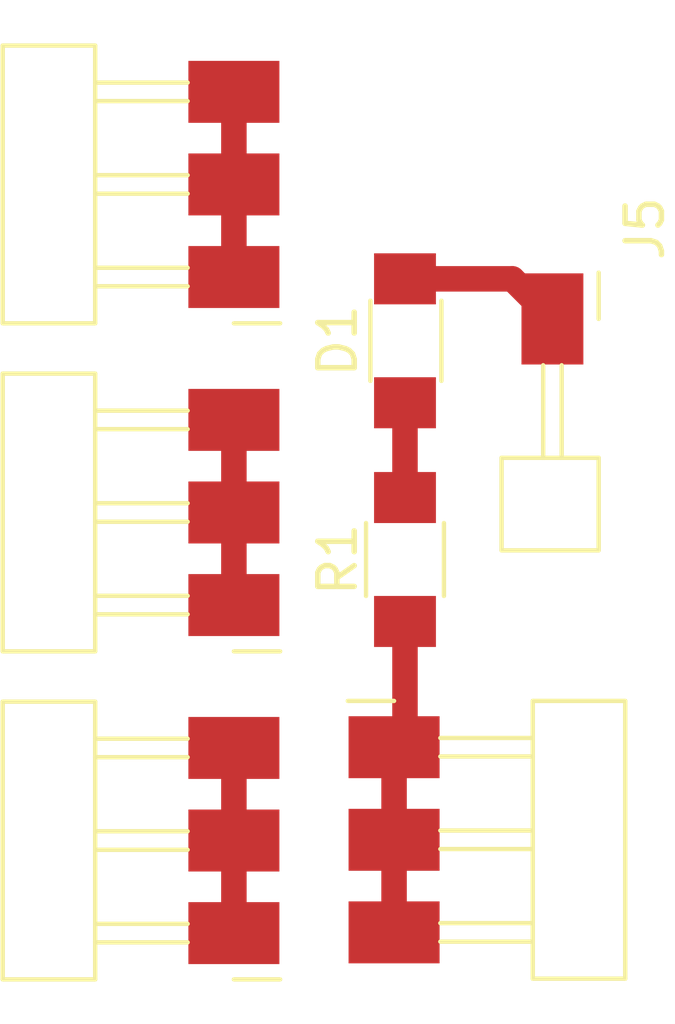
<source format=kicad_pcb>
(kicad_pcb (version 20240108) (generator "pcbnew") (generator_version "8.0")
  (layers (0 "F.Cu" signal) (31 "B.Cu" signal) (34 "B.Paste" user) (35 "F.Paste" user) (36 "B.SilkS" user "B.Silkscreen") (37 "F.SilkS" user "F.Silkscreen") (38 "B.Mask" user) (39 "F.Mask" user) (44 "Edge.Cuts" user))
  (net 0 "")
  (net 1 "D0")
  (net 2 "Net-(D1-K)")
  (net 3 "SCL")
  (net 4 "VCC")
  (net 5 "SDA")
  (net 6 "GND")
  (footprint "fab:PinHeader_1x03_P2.54mm_Horizontal_SMD" (layer "F.Cu") (at 172.3 69.55 180)
    (property "Reference" "J1" (hide yes))
    (property "Value" "Conn_PinHeader_1x03_P2.54mm_Horizontal_SMD" (hide yes))
    (fp_line (start 6.35 6.35) (end 3.81 6.35) (stroke (width 0.12)) (layer "F.SilkS"))
    (fp_line (start 6.35 -1.27) (end 6.35 6.35) (stroke (width 0.12)) (layer "F.SilkS"))
    (fp_line (start 3.81 6.35) (end 3.81 -1.27) (stroke (width 0.12)) (layer "F.SilkS"))
    (fp_line (start 3.81 5.334) (end 1.27 5.334) (stroke (width 0.12)) (layer "F.SilkS"))
    (fp_line (start 3.81 4.826) (end 1.27 4.826) (stroke (width 0.12)) (layer "F.SilkS"))
    (fp_line (start 3.81 2.794) (end 1.27 2.794) (stroke (width 0.12)) (layer "F.SilkS"))
    (fp_line (start 3.81 2.286) (end 1.27 2.286) (stroke (width 0.12)) (layer "F.SilkS"))
    (fp_line (start 3.81 0.254) (end 1.27 0.254) (stroke (width 0.12)) (layer "F.SilkS"))
    (fp_line (start 3.81 -0.254) (end 1.27 -0.254) (stroke (width 0.12)) (layer "F.SilkS"))
    (fp_line (start 3.81 -1.27) (end 6.35 -1.27) (stroke (width 0.12)) (layer "F.SilkS"))
    (fp_line (start -1.27 -1.27) (end 0 -1.27) (stroke (width 0.12)) (layer "F.SilkS"))
    (pad "1" smd rect (at 0 0 180) (size 2.5 1.7) (layers "F.Cu" "F.Paste" "F.Mask") (net 5 "SDA"))
    (pad "2" smd rect (at 0 2.54 180) (size 2.5 1.7) (layers "F.Cu" "F.Paste" "F.Mask") (net 5 "SDA"))
    (pad "3" smd rect (at 0 5.08 180) (size 2.5 1.7) (layers "F.Cu" "F.Paste" "F.Mask") (net 5 "SDA"))
  )
  (footprint "fab:R_1206" (layer "F.Cu") (at 177 77.3 90)
    (property "Reference" "R1" (at 0 -1.85 -90) (layer "F.SilkS"))
    (property "Value" "R_1206")
    (fp_line (start -1 -1.07) (end 1 -1.07) (stroke (width 0.12)) (layer "F.SilkS"))
    (fp_line (start 1 1.07) (end -1 1.07) (stroke (width 0.12)) (layer "F.SilkS"))
    (pad "1" smd rect (at -1.7 0 90) (size 1.4 1.7) (layers "F.Cu" "F.Paste" "F.Mask") (net 6 "GND"))
    (pad "2" smd rect (at 1.7 0 90) (size 1.4 1.7) (layers "F.Cu" "F.Paste" "F.Mask") (net 2 "Net-(D1-K)"))
  )
  (footprint "fab:PinHeader_1x03_P2.54mm_Horizontal_SMD" (layer "F.Cu") (at 172.3 78.55 180)
    (property "Reference" "J2" (hide yes))
    (property "Value" "Conn_PinHeader_1x03_P2.54mm_Horizontal_SMD" (hide yes))
    (fp_line (start 6.35 6.35) (end 3.81 6.35) (stroke (width 0.12)) (layer "F.SilkS"))
    (fp_line (start 6.35 -1.27) (end 6.35 6.35) (stroke (width 0.12)) (layer "F.SilkS"))
    (fp_line (start 3.81 6.35) (end 3.81 -1.27) (stroke (width 0.12)) (layer "F.SilkS"))
    (fp_line (start 3.81 5.334) (end 1.27 5.334) (stroke (width 0.12)) (layer "F.SilkS"))
    (fp_line (start 3.81 4.826) (end 1.27 4.826) (stroke (width 0.12)) (layer "F.SilkS"))
    (fp_line (start 3.81 2.794) (end 1.27 2.794) (stroke (width 0.12)) (layer "F.SilkS"))
    (fp_line (start 3.81 2.286) (end 1.27 2.286) (stroke (width 0.12)) (layer "F.SilkS"))
    (fp_line (start 3.81 0.254) (end 1.27 0.254) (stroke (width 0.12)) (layer "F.SilkS"))
    (fp_line (start 3.81 -0.254) (end 1.27 -0.254) (stroke (width 0.12)) (layer "F.SilkS"))
    (fp_line (start 3.81 -1.27) (end 6.35 -1.27) (stroke (width 0.12)) (layer "F.SilkS"))
    (fp_line (start -1.27 -1.27) (end 0 -1.27) (stroke (width 0.12)) (layer "F.SilkS"))
    (pad "1" smd rect (at 0 0 180) (size 2.5 1.7) (layers "F.Cu" "F.Paste" "F.Mask") (net 3 "SCL"))
    (pad "2" smd rect (at 0 2.54 180) (size 2.5 1.7) (layers "F.Cu" "F.Paste" "F.Mask") (net 3 "SCL"))
    (pad "3" smd rect (at 0 5.08 180) (size 2.5 1.7) (layers "F.Cu" "F.Paste" "F.Mask") (net 3 "SCL"))
  )
  (footprint "fab:PinHeader_1x03_P2.54mm_Horizontal_SMD" (layer "F.Cu") (at 172.3 87.55 180)
    (property "Reference" "J3" (hide yes))
    (property "Value" "Conn_PinHeader_1x03_P2.54mm_Horizontal_SMD" (hide yes))
    (fp_line (start 6.35 6.35) (end 3.81 6.35) (stroke (width 0.12)) (layer "F.SilkS"))
    (fp_line (start 6.35 -1.27) (end 6.35 6.35) (stroke (width 0.12)) (layer "F.SilkS"))
    (fp_line (start 3.81 6.35) (end 3.81 -1.27) (stroke (width 0.12)) (layer "F.SilkS"))
    (fp_line (start 3.81 5.334) (end 1.27 5.334) (stroke (width 0.12)) (layer "F.SilkS"))
    (fp_line (start 3.81 4.826) (end 1.27 4.826) (stroke (width 0.12)) (layer "F.SilkS"))
    (fp_line (start 3.81 2.794) (end 1.27 2.794) (stroke (width 0.12)) (layer "F.SilkS"))
    (fp_line (start 3.81 2.286) (end 1.27 2.286) (stroke (width 0.12)) (layer "F.SilkS"))
    (fp_line (start 3.81 0.254) (end 1.27 0.254) (stroke (width 0.12)) (layer "F.SilkS"))
    (fp_line (start 3.81 -0.254) (end 1.27 -0.254) (stroke (width 0.12)) (layer "F.SilkS"))
    (fp_line (start 3.81 -1.27) (end 6.35 -1.27) (stroke (width 0.12)) (layer "F.SilkS"))
    (fp_line (start -1.27 -1.27) (end 0 -1.27) (stroke (width 0.12)) (layer "F.SilkS"))
    (pad "1" smd rect (at 0 0 180) (size 2.5 1.7) (layers "F.Cu" "F.Paste" "F.Mask") (net 4 "VCC"))
    (pad "2" smd rect (at 0 2.54 180) (size 2.5 1.7) (layers "F.Cu" "F.Paste" "F.Mask") (net 4 "VCC"))
    (pad "3" smd rect (at 0 5.08 180) (size 2.5 1.7) (layers "F.Cu" "F.Paste" "F.Mask") (net 4 "VCC"))
  )
  (footprint "fab:PinHeader_1x01_P2.54mm_Horizontal_SMD" (layer "F.Cu") (at 181.05 70.7 -90)
    (property "Reference" "J5" (at -1.524 -2.54 90) (layer "F.SilkS") (effects (justify left)))
    (property "Value" "Conn_PinHeader_1x01_P2.54mm_Horizontal_SMD" (hide yes))
    (fp_line (start 3.81 1.397) (end 3.81 -1.27) (stroke (width 0.12)) (layer "F.SilkS"))
    (fp_line (start 6.35 1.397) (end 3.81 1.397) (stroke (width 0.12)) (layer "F.SilkS"))
    (fp_line (start 3.81 0.254) (end 1.27 0.254) (stroke (width 0.12)) (layer "F.SilkS"))
    (fp_line (start 3.81 -0.254) (end 1.27 -0.254) (stroke (width 0.12)) (layer "F.SilkS"))
    (fp_line (start -1.27 -1.27) (end 0 -1.27) (stroke (width 0.12)) (layer "F.SilkS"))
    (fp_line (start 3.81 -1.27) (end 6.35 -1.27) (stroke (width 0.12)) (layer "F.SilkS"))
    (fp_line (start 6.35 -1.27) (end 6.35 1.397) (stroke (width 0.12)) (layer "F.SilkS"))
    (pad "1" smd rect (at 0 0 270) (size 2.5 1.7) (layers "F.Cu" "F.Paste" "F.Mask") (net 1 "D0"))
  )
  (footprint "fab:LED_1206" (layer "F.Cu") (at 177 71.3 90)
    (property "Reference" "D1" (at 0 -1.85 -90) (layer "F.SilkS"))
    (property "Value" "LED_1206")
    (fp_line (start -1.1 -0.95) (end 1.1 -0.95) (stroke (width 0.12)) (layer "F.SilkS"))
    (fp_line (start -1.1 1) (end 1.1 1) (stroke (width 0.12)) (layer "F.SilkS"))
    (pad "1" smd rect (at -1.7 0 90) (size 1.4 1.7) (layers "F.Cu" "F.Paste" "F.Mask") (net 2 "Net-(D1-K)"))
    (pad "2" smd rect (at 1.7 0 90) (size 1.4 1.7) (layers "F.Cu" "F.Paste" "F.Mask") (net 1 "D0"))
  )
  (footprint "fab:PinHeader_1x03_P2.54mm_Horizontal_SMD" (layer "F.Cu") (at 176.7 82.45)
    (property "Reference" "J4" (hide yes))
    (property "Value" "Conn_PinHeader_1x03_P2.54mm_Horizontal_SMD" (hide yes))
    (fp_line (start -1.27 -1.27) (end 0 -1.27) (stroke (width 0.12)) (layer "F.SilkS"))
    (fp_line (start 3.81 -1.27) (end 6.35 -1.27) (stroke (width 0.12)) (layer "F.SilkS"))
    (fp_line (start 3.81 -0.254) (end 1.27 -0.254) (stroke (width 0.12)) (layer "F.SilkS"))
    (fp_line (start 3.81 0.254) (end 1.27 0.254) (stroke (width 0.12)) (layer "F.SilkS"))
    (fp_line (start 3.81 2.286) (end 1.27 2.286) (stroke (width 0.12)) (layer "F.SilkS"))
    (fp_line (start 3.81 2.794) (end 1.27 2.794) (stroke (width 0.12)) (layer "F.SilkS"))
    (fp_line (start 3.81 4.826) (end 1.27 4.826) (stroke (width 0.12)) (layer "F.SilkS"))
    (fp_line (start 3.81 5.334) (end 1.27 5.334) (stroke (width 0.12)) (layer "F.SilkS"))
    (fp_line (start 3.81 6.35) (end 3.81 -1.27) (stroke (width 0.12)) (layer "F.SilkS"))
    (fp_line (start 6.35 -1.27) (end 6.35 6.35) (stroke (width 0.12)) (layer "F.SilkS"))
    (fp_line (start 6.35 6.35) (end 3.81 6.35) (stroke (width 0.12)) (layer "F.SilkS"))
    (pad "1" smd rect (at 0 0) (size 2.5 1.7) (layers "F.Cu" "F.Paste" "F.Mask") (net 6 "GND"))
    (pad "2" smd rect (at 0 2.54) (size 2.5 1.7) (layers "F.Cu" "F.Paste" "F.Mask") (net 6 "GND"))
    (pad "3" smd rect (at 0 5.08) (size 2.5 1.7) (layers "F.Cu" "F.Paste" "F.Mask") (net 6 "GND"))
  )
  (segment (start 177 69.6) (end 179.95 69.6) (width 0.7) (layer "F.Cu") (net 1))
  (segment (start 179.95 69.6) (end 181.05 70.7) (width 0.7) (layer "F.Cu") (net 1))
  (segment (start 177 75.6) (end 177 73) (width 0.7) (layer "F.Cu") (net 2))
  (segment (start 172.3 73.47) (end 172.3 78.55) (width 0.7) (layer "F.Cu") (net 3))
  (segment (start 172.3 82.47) (end 172.3 87.55) (width 0.7) (layer "F.Cu") (net 4))
  (segment (start 172.3 64.47) (end 172.3 69.55) (width 0.7) (layer "F.Cu") (net 5))
  (segment (start 177 82.15) (end 176.7 82.45) (width 0.7) (layer "F.Cu") (net 6))
  (segment (start 176.7 82.45) (end 176.7 87.53) (width 0.7) (layer "F.Cu") (net 6))
  (segment (start 177 79) (end 177 82.15) (width 0.7) (layer "F.Cu") (net 6))
)
</source>
